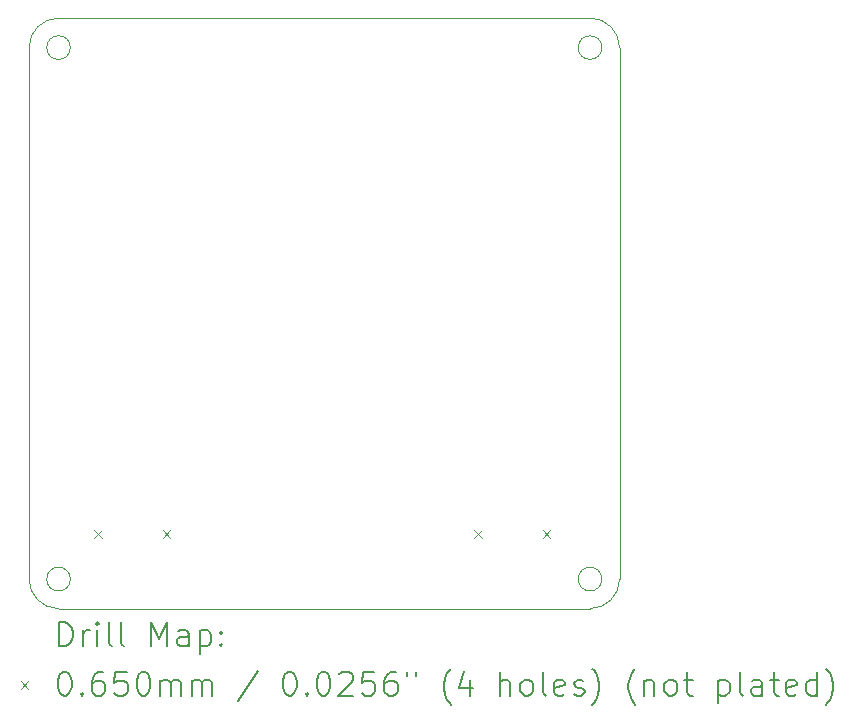
<source format=gbr>
%TF.GenerationSoftware,KiCad,Pcbnew,7.0.5*%
%TF.CreationDate,2023-08-17T05:27:01+08:00*%
%TF.ProjectId,TMC2209_TestBoard,544d4332-3230-4395-9f54-657374426f61,rev?*%
%TF.SameCoordinates,Original*%
%TF.FileFunction,Drillmap*%
%TF.FilePolarity,Positive*%
%FSLAX45Y45*%
G04 Gerber Fmt 4.5, Leading zero omitted, Abs format (unit mm)*
G04 Created by KiCad (PCBNEW 7.0.5) date 2023-08-17 05:27:01*
%MOMM*%
%LPD*%
G01*
G04 APERTURE LIST*
%ADD10C,0.100000*%
%ADD11C,0.200000*%
%ADD12C,0.065000*%
G04 APERTURE END LIST*
D10*
X7934000Y-4195000D02*
G75*
G03*
X7934000Y-4195000I-100000J0D01*
G01*
X7934000Y-8695000D02*
G75*
G03*
X7934000Y-8695000I-100000J0D01*
G01*
X12434000Y-8695000D02*
G75*
G03*
X12434000Y-8695000I-100000J0D01*
G01*
X12434000Y-4195000D02*
G75*
G03*
X12434000Y-4195000I-100000J0D01*
G01*
X7584000Y-8695000D02*
G75*
G03*
X7834000Y-8945000I250000J0D01*
G01*
X7584000Y-8695000D02*
X7584000Y-4195000D01*
X12334000Y-8945000D02*
G75*
G03*
X12584000Y-8695000I0J250000D01*
G01*
X7834000Y-3945000D02*
X12334000Y-3945000D01*
X12584000Y-4195000D02*
X12584000Y-8695000D01*
X12584000Y-4195000D02*
G75*
G03*
X12334000Y-3945000I-250000J0D01*
G01*
X12334000Y-8945000D02*
X7834000Y-8945000D01*
X7834000Y-3945000D02*
G75*
G03*
X7584000Y-4195000I0J-250000D01*
G01*
D11*
D12*
X8138500Y-8282000D02*
X8203500Y-8347000D01*
X8203500Y-8282000D02*
X8138500Y-8347000D01*
X8716500Y-8282000D02*
X8781500Y-8347000D01*
X8781500Y-8282000D02*
X8716500Y-8347000D01*
X11355500Y-8282000D02*
X11420500Y-8347000D01*
X11420500Y-8282000D02*
X11355500Y-8347000D01*
X11933500Y-8282000D02*
X11998500Y-8347000D01*
X11998500Y-8282000D02*
X11933500Y-8347000D01*
D11*
X7839777Y-9261484D02*
X7839777Y-9061484D01*
X7839777Y-9061484D02*
X7887396Y-9061484D01*
X7887396Y-9061484D02*
X7915967Y-9071008D01*
X7915967Y-9071008D02*
X7935015Y-9090055D01*
X7935015Y-9090055D02*
X7944539Y-9109103D01*
X7944539Y-9109103D02*
X7954062Y-9147198D01*
X7954062Y-9147198D02*
X7954062Y-9175770D01*
X7954062Y-9175770D02*
X7944539Y-9213865D01*
X7944539Y-9213865D02*
X7935015Y-9232912D01*
X7935015Y-9232912D02*
X7915967Y-9251960D01*
X7915967Y-9251960D02*
X7887396Y-9261484D01*
X7887396Y-9261484D02*
X7839777Y-9261484D01*
X8039777Y-9261484D02*
X8039777Y-9128150D01*
X8039777Y-9166246D02*
X8049301Y-9147198D01*
X8049301Y-9147198D02*
X8058824Y-9137674D01*
X8058824Y-9137674D02*
X8077872Y-9128150D01*
X8077872Y-9128150D02*
X8096920Y-9128150D01*
X8163586Y-9261484D02*
X8163586Y-9128150D01*
X8163586Y-9061484D02*
X8154062Y-9071008D01*
X8154062Y-9071008D02*
X8163586Y-9080531D01*
X8163586Y-9080531D02*
X8173110Y-9071008D01*
X8173110Y-9071008D02*
X8163586Y-9061484D01*
X8163586Y-9061484D02*
X8163586Y-9080531D01*
X8287396Y-9261484D02*
X8268348Y-9251960D01*
X8268348Y-9251960D02*
X8258824Y-9232912D01*
X8258824Y-9232912D02*
X8258824Y-9061484D01*
X8392158Y-9261484D02*
X8373110Y-9251960D01*
X8373110Y-9251960D02*
X8363586Y-9232912D01*
X8363586Y-9232912D02*
X8363586Y-9061484D01*
X8620729Y-9261484D02*
X8620729Y-9061484D01*
X8620729Y-9061484D02*
X8687396Y-9204341D01*
X8687396Y-9204341D02*
X8754063Y-9061484D01*
X8754063Y-9061484D02*
X8754063Y-9261484D01*
X8935015Y-9261484D02*
X8935015Y-9156722D01*
X8935015Y-9156722D02*
X8925491Y-9137674D01*
X8925491Y-9137674D02*
X8906444Y-9128150D01*
X8906444Y-9128150D02*
X8868348Y-9128150D01*
X8868348Y-9128150D02*
X8849301Y-9137674D01*
X8935015Y-9251960D02*
X8915967Y-9261484D01*
X8915967Y-9261484D02*
X8868348Y-9261484D01*
X8868348Y-9261484D02*
X8849301Y-9251960D01*
X8849301Y-9251960D02*
X8839777Y-9232912D01*
X8839777Y-9232912D02*
X8839777Y-9213865D01*
X8839777Y-9213865D02*
X8849301Y-9194817D01*
X8849301Y-9194817D02*
X8868348Y-9185293D01*
X8868348Y-9185293D02*
X8915967Y-9185293D01*
X8915967Y-9185293D02*
X8935015Y-9175770D01*
X9030253Y-9128150D02*
X9030253Y-9328150D01*
X9030253Y-9137674D02*
X9049301Y-9128150D01*
X9049301Y-9128150D02*
X9087396Y-9128150D01*
X9087396Y-9128150D02*
X9106444Y-9137674D01*
X9106444Y-9137674D02*
X9115967Y-9147198D01*
X9115967Y-9147198D02*
X9125491Y-9166246D01*
X9125491Y-9166246D02*
X9125491Y-9223389D01*
X9125491Y-9223389D02*
X9115967Y-9242436D01*
X9115967Y-9242436D02*
X9106444Y-9251960D01*
X9106444Y-9251960D02*
X9087396Y-9261484D01*
X9087396Y-9261484D02*
X9049301Y-9261484D01*
X9049301Y-9261484D02*
X9030253Y-9251960D01*
X9211205Y-9242436D02*
X9220729Y-9251960D01*
X9220729Y-9251960D02*
X9211205Y-9261484D01*
X9211205Y-9261484D02*
X9201682Y-9251960D01*
X9201682Y-9251960D02*
X9211205Y-9242436D01*
X9211205Y-9242436D02*
X9211205Y-9261484D01*
X9211205Y-9137674D02*
X9220729Y-9147198D01*
X9220729Y-9147198D02*
X9211205Y-9156722D01*
X9211205Y-9156722D02*
X9201682Y-9147198D01*
X9201682Y-9147198D02*
X9211205Y-9137674D01*
X9211205Y-9137674D02*
X9211205Y-9156722D01*
D12*
X7514000Y-9557500D02*
X7579000Y-9622500D01*
X7579000Y-9557500D02*
X7514000Y-9622500D01*
D11*
X7877872Y-9481484D02*
X7896920Y-9481484D01*
X7896920Y-9481484D02*
X7915967Y-9491008D01*
X7915967Y-9491008D02*
X7925491Y-9500531D01*
X7925491Y-9500531D02*
X7935015Y-9519579D01*
X7935015Y-9519579D02*
X7944539Y-9557674D01*
X7944539Y-9557674D02*
X7944539Y-9605293D01*
X7944539Y-9605293D02*
X7935015Y-9643389D01*
X7935015Y-9643389D02*
X7925491Y-9662436D01*
X7925491Y-9662436D02*
X7915967Y-9671960D01*
X7915967Y-9671960D02*
X7896920Y-9681484D01*
X7896920Y-9681484D02*
X7877872Y-9681484D01*
X7877872Y-9681484D02*
X7858824Y-9671960D01*
X7858824Y-9671960D02*
X7849301Y-9662436D01*
X7849301Y-9662436D02*
X7839777Y-9643389D01*
X7839777Y-9643389D02*
X7830253Y-9605293D01*
X7830253Y-9605293D02*
X7830253Y-9557674D01*
X7830253Y-9557674D02*
X7839777Y-9519579D01*
X7839777Y-9519579D02*
X7849301Y-9500531D01*
X7849301Y-9500531D02*
X7858824Y-9491008D01*
X7858824Y-9491008D02*
X7877872Y-9481484D01*
X8030253Y-9662436D02*
X8039777Y-9671960D01*
X8039777Y-9671960D02*
X8030253Y-9681484D01*
X8030253Y-9681484D02*
X8020729Y-9671960D01*
X8020729Y-9671960D02*
X8030253Y-9662436D01*
X8030253Y-9662436D02*
X8030253Y-9681484D01*
X8211205Y-9481484D02*
X8173110Y-9481484D01*
X8173110Y-9481484D02*
X8154062Y-9491008D01*
X8154062Y-9491008D02*
X8144539Y-9500531D01*
X8144539Y-9500531D02*
X8125491Y-9529103D01*
X8125491Y-9529103D02*
X8115967Y-9567198D01*
X8115967Y-9567198D02*
X8115967Y-9643389D01*
X8115967Y-9643389D02*
X8125491Y-9662436D01*
X8125491Y-9662436D02*
X8135015Y-9671960D01*
X8135015Y-9671960D02*
X8154062Y-9681484D01*
X8154062Y-9681484D02*
X8192158Y-9681484D01*
X8192158Y-9681484D02*
X8211205Y-9671960D01*
X8211205Y-9671960D02*
X8220729Y-9662436D01*
X8220729Y-9662436D02*
X8230253Y-9643389D01*
X8230253Y-9643389D02*
X8230253Y-9595770D01*
X8230253Y-9595770D02*
X8220729Y-9576722D01*
X8220729Y-9576722D02*
X8211205Y-9567198D01*
X8211205Y-9567198D02*
X8192158Y-9557674D01*
X8192158Y-9557674D02*
X8154062Y-9557674D01*
X8154062Y-9557674D02*
X8135015Y-9567198D01*
X8135015Y-9567198D02*
X8125491Y-9576722D01*
X8125491Y-9576722D02*
X8115967Y-9595770D01*
X8411205Y-9481484D02*
X8315967Y-9481484D01*
X8315967Y-9481484D02*
X8306443Y-9576722D01*
X8306443Y-9576722D02*
X8315967Y-9567198D01*
X8315967Y-9567198D02*
X8335015Y-9557674D01*
X8335015Y-9557674D02*
X8382634Y-9557674D01*
X8382634Y-9557674D02*
X8401682Y-9567198D01*
X8401682Y-9567198D02*
X8411205Y-9576722D01*
X8411205Y-9576722D02*
X8420729Y-9595770D01*
X8420729Y-9595770D02*
X8420729Y-9643389D01*
X8420729Y-9643389D02*
X8411205Y-9662436D01*
X8411205Y-9662436D02*
X8401682Y-9671960D01*
X8401682Y-9671960D02*
X8382634Y-9681484D01*
X8382634Y-9681484D02*
X8335015Y-9681484D01*
X8335015Y-9681484D02*
X8315967Y-9671960D01*
X8315967Y-9671960D02*
X8306443Y-9662436D01*
X8544539Y-9481484D02*
X8563586Y-9481484D01*
X8563586Y-9481484D02*
X8582634Y-9491008D01*
X8582634Y-9491008D02*
X8592158Y-9500531D01*
X8592158Y-9500531D02*
X8601682Y-9519579D01*
X8601682Y-9519579D02*
X8611205Y-9557674D01*
X8611205Y-9557674D02*
X8611205Y-9605293D01*
X8611205Y-9605293D02*
X8601682Y-9643389D01*
X8601682Y-9643389D02*
X8592158Y-9662436D01*
X8592158Y-9662436D02*
X8582634Y-9671960D01*
X8582634Y-9671960D02*
X8563586Y-9681484D01*
X8563586Y-9681484D02*
X8544539Y-9681484D01*
X8544539Y-9681484D02*
X8525491Y-9671960D01*
X8525491Y-9671960D02*
X8515967Y-9662436D01*
X8515967Y-9662436D02*
X8506444Y-9643389D01*
X8506444Y-9643389D02*
X8496920Y-9605293D01*
X8496920Y-9605293D02*
X8496920Y-9557674D01*
X8496920Y-9557674D02*
X8506444Y-9519579D01*
X8506444Y-9519579D02*
X8515967Y-9500531D01*
X8515967Y-9500531D02*
X8525491Y-9491008D01*
X8525491Y-9491008D02*
X8544539Y-9481484D01*
X8696920Y-9681484D02*
X8696920Y-9548150D01*
X8696920Y-9567198D02*
X8706444Y-9557674D01*
X8706444Y-9557674D02*
X8725491Y-9548150D01*
X8725491Y-9548150D02*
X8754063Y-9548150D01*
X8754063Y-9548150D02*
X8773110Y-9557674D01*
X8773110Y-9557674D02*
X8782634Y-9576722D01*
X8782634Y-9576722D02*
X8782634Y-9681484D01*
X8782634Y-9576722D02*
X8792158Y-9557674D01*
X8792158Y-9557674D02*
X8811205Y-9548150D01*
X8811205Y-9548150D02*
X8839777Y-9548150D01*
X8839777Y-9548150D02*
X8858825Y-9557674D01*
X8858825Y-9557674D02*
X8868348Y-9576722D01*
X8868348Y-9576722D02*
X8868348Y-9681484D01*
X8963586Y-9681484D02*
X8963586Y-9548150D01*
X8963586Y-9567198D02*
X8973110Y-9557674D01*
X8973110Y-9557674D02*
X8992158Y-9548150D01*
X8992158Y-9548150D02*
X9020729Y-9548150D01*
X9020729Y-9548150D02*
X9039777Y-9557674D01*
X9039777Y-9557674D02*
X9049301Y-9576722D01*
X9049301Y-9576722D02*
X9049301Y-9681484D01*
X9049301Y-9576722D02*
X9058825Y-9557674D01*
X9058825Y-9557674D02*
X9077872Y-9548150D01*
X9077872Y-9548150D02*
X9106444Y-9548150D01*
X9106444Y-9548150D02*
X9125491Y-9557674D01*
X9125491Y-9557674D02*
X9135015Y-9576722D01*
X9135015Y-9576722D02*
X9135015Y-9681484D01*
X9525491Y-9471960D02*
X9354063Y-9729103D01*
X9782634Y-9481484D02*
X9801682Y-9481484D01*
X9801682Y-9481484D02*
X9820729Y-9491008D01*
X9820729Y-9491008D02*
X9830253Y-9500531D01*
X9830253Y-9500531D02*
X9839777Y-9519579D01*
X9839777Y-9519579D02*
X9849301Y-9557674D01*
X9849301Y-9557674D02*
X9849301Y-9605293D01*
X9849301Y-9605293D02*
X9839777Y-9643389D01*
X9839777Y-9643389D02*
X9830253Y-9662436D01*
X9830253Y-9662436D02*
X9820729Y-9671960D01*
X9820729Y-9671960D02*
X9801682Y-9681484D01*
X9801682Y-9681484D02*
X9782634Y-9681484D01*
X9782634Y-9681484D02*
X9763587Y-9671960D01*
X9763587Y-9671960D02*
X9754063Y-9662436D01*
X9754063Y-9662436D02*
X9744539Y-9643389D01*
X9744539Y-9643389D02*
X9735015Y-9605293D01*
X9735015Y-9605293D02*
X9735015Y-9557674D01*
X9735015Y-9557674D02*
X9744539Y-9519579D01*
X9744539Y-9519579D02*
X9754063Y-9500531D01*
X9754063Y-9500531D02*
X9763587Y-9491008D01*
X9763587Y-9491008D02*
X9782634Y-9481484D01*
X9935015Y-9662436D02*
X9944539Y-9671960D01*
X9944539Y-9671960D02*
X9935015Y-9681484D01*
X9935015Y-9681484D02*
X9925491Y-9671960D01*
X9925491Y-9671960D02*
X9935015Y-9662436D01*
X9935015Y-9662436D02*
X9935015Y-9681484D01*
X10068348Y-9481484D02*
X10087396Y-9481484D01*
X10087396Y-9481484D02*
X10106444Y-9491008D01*
X10106444Y-9491008D02*
X10115968Y-9500531D01*
X10115968Y-9500531D02*
X10125491Y-9519579D01*
X10125491Y-9519579D02*
X10135015Y-9557674D01*
X10135015Y-9557674D02*
X10135015Y-9605293D01*
X10135015Y-9605293D02*
X10125491Y-9643389D01*
X10125491Y-9643389D02*
X10115968Y-9662436D01*
X10115968Y-9662436D02*
X10106444Y-9671960D01*
X10106444Y-9671960D02*
X10087396Y-9681484D01*
X10087396Y-9681484D02*
X10068348Y-9681484D01*
X10068348Y-9681484D02*
X10049301Y-9671960D01*
X10049301Y-9671960D02*
X10039777Y-9662436D01*
X10039777Y-9662436D02*
X10030253Y-9643389D01*
X10030253Y-9643389D02*
X10020729Y-9605293D01*
X10020729Y-9605293D02*
X10020729Y-9557674D01*
X10020729Y-9557674D02*
X10030253Y-9519579D01*
X10030253Y-9519579D02*
X10039777Y-9500531D01*
X10039777Y-9500531D02*
X10049301Y-9491008D01*
X10049301Y-9491008D02*
X10068348Y-9481484D01*
X10211206Y-9500531D02*
X10220729Y-9491008D01*
X10220729Y-9491008D02*
X10239777Y-9481484D01*
X10239777Y-9481484D02*
X10287396Y-9481484D01*
X10287396Y-9481484D02*
X10306444Y-9491008D01*
X10306444Y-9491008D02*
X10315968Y-9500531D01*
X10315968Y-9500531D02*
X10325491Y-9519579D01*
X10325491Y-9519579D02*
X10325491Y-9538627D01*
X10325491Y-9538627D02*
X10315968Y-9567198D01*
X10315968Y-9567198D02*
X10201682Y-9681484D01*
X10201682Y-9681484D02*
X10325491Y-9681484D01*
X10506444Y-9481484D02*
X10411206Y-9481484D01*
X10411206Y-9481484D02*
X10401682Y-9576722D01*
X10401682Y-9576722D02*
X10411206Y-9567198D01*
X10411206Y-9567198D02*
X10430253Y-9557674D01*
X10430253Y-9557674D02*
X10477872Y-9557674D01*
X10477872Y-9557674D02*
X10496920Y-9567198D01*
X10496920Y-9567198D02*
X10506444Y-9576722D01*
X10506444Y-9576722D02*
X10515968Y-9595770D01*
X10515968Y-9595770D02*
X10515968Y-9643389D01*
X10515968Y-9643389D02*
X10506444Y-9662436D01*
X10506444Y-9662436D02*
X10496920Y-9671960D01*
X10496920Y-9671960D02*
X10477872Y-9681484D01*
X10477872Y-9681484D02*
X10430253Y-9681484D01*
X10430253Y-9681484D02*
X10411206Y-9671960D01*
X10411206Y-9671960D02*
X10401682Y-9662436D01*
X10687396Y-9481484D02*
X10649301Y-9481484D01*
X10649301Y-9481484D02*
X10630253Y-9491008D01*
X10630253Y-9491008D02*
X10620729Y-9500531D01*
X10620729Y-9500531D02*
X10601682Y-9529103D01*
X10601682Y-9529103D02*
X10592158Y-9567198D01*
X10592158Y-9567198D02*
X10592158Y-9643389D01*
X10592158Y-9643389D02*
X10601682Y-9662436D01*
X10601682Y-9662436D02*
X10611206Y-9671960D01*
X10611206Y-9671960D02*
X10630253Y-9681484D01*
X10630253Y-9681484D02*
X10668349Y-9681484D01*
X10668349Y-9681484D02*
X10687396Y-9671960D01*
X10687396Y-9671960D02*
X10696920Y-9662436D01*
X10696920Y-9662436D02*
X10706444Y-9643389D01*
X10706444Y-9643389D02*
X10706444Y-9595770D01*
X10706444Y-9595770D02*
X10696920Y-9576722D01*
X10696920Y-9576722D02*
X10687396Y-9567198D01*
X10687396Y-9567198D02*
X10668349Y-9557674D01*
X10668349Y-9557674D02*
X10630253Y-9557674D01*
X10630253Y-9557674D02*
X10611206Y-9567198D01*
X10611206Y-9567198D02*
X10601682Y-9576722D01*
X10601682Y-9576722D02*
X10592158Y-9595770D01*
X10782634Y-9481484D02*
X10782634Y-9519579D01*
X10858825Y-9481484D02*
X10858825Y-9519579D01*
X11154063Y-9757674D02*
X11144539Y-9748150D01*
X11144539Y-9748150D02*
X11125491Y-9719579D01*
X11125491Y-9719579D02*
X11115968Y-9700531D01*
X11115968Y-9700531D02*
X11106444Y-9671960D01*
X11106444Y-9671960D02*
X11096920Y-9624341D01*
X11096920Y-9624341D02*
X11096920Y-9586246D01*
X11096920Y-9586246D02*
X11106444Y-9538627D01*
X11106444Y-9538627D02*
X11115968Y-9510055D01*
X11115968Y-9510055D02*
X11125491Y-9491008D01*
X11125491Y-9491008D02*
X11144539Y-9462436D01*
X11144539Y-9462436D02*
X11154063Y-9452912D01*
X11315968Y-9548150D02*
X11315968Y-9681484D01*
X11268348Y-9471960D02*
X11220729Y-9614817D01*
X11220729Y-9614817D02*
X11344539Y-9614817D01*
X11573110Y-9681484D02*
X11573110Y-9481484D01*
X11658825Y-9681484D02*
X11658825Y-9576722D01*
X11658825Y-9576722D02*
X11649301Y-9557674D01*
X11649301Y-9557674D02*
X11630253Y-9548150D01*
X11630253Y-9548150D02*
X11601682Y-9548150D01*
X11601682Y-9548150D02*
X11582634Y-9557674D01*
X11582634Y-9557674D02*
X11573110Y-9567198D01*
X11782634Y-9681484D02*
X11763587Y-9671960D01*
X11763587Y-9671960D02*
X11754063Y-9662436D01*
X11754063Y-9662436D02*
X11744539Y-9643389D01*
X11744539Y-9643389D02*
X11744539Y-9586246D01*
X11744539Y-9586246D02*
X11754063Y-9567198D01*
X11754063Y-9567198D02*
X11763587Y-9557674D01*
X11763587Y-9557674D02*
X11782634Y-9548150D01*
X11782634Y-9548150D02*
X11811206Y-9548150D01*
X11811206Y-9548150D02*
X11830253Y-9557674D01*
X11830253Y-9557674D02*
X11839777Y-9567198D01*
X11839777Y-9567198D02*
X11849301Y-9586246D01*
X11849301Y-9586246D02*
X11849301Y-9643389D01*
X11849301Y-9643389D02*
X11839777Y-9662436D01*
X11839777Y-9662436D02*
X11830253Y-9671960D01*
X11830253Y-9671960D02*
X11811206Y-9681484D01*
X11811206Y-9681484D02*
X11782634Y-9681484D01*
X11963587Y-9681484D02*
X11944539Y-9671960D01*
X11944539Y-9671960D02*
X11935015Y-9652912D01*
X11935015Y-9652912D02*
X11935015Y-9481484D01*
X12115968Y-9671960D02*
X12096920Y-9681484D01*
X12096920Y-9681484D02*
X12058825Y-9681484D01*
X12058825Y-9681484D02*
X12039777Y-9671960D01*
X12039777Y-9671960D02*
X12030253Y-9652912D01*
X12030253Y-9652912D02*
X12030253Y-9576722D01*
X12030253Y-9576722D02*
X12039777Y-9557674D01*
X12039777Y-9557674D02*
X12058825Y-9548150D01*
X12058825Y-9548150D02*
X12096920Y-9548150D01*
X12096920Y-9548150D02*
X12115968Y-9557674D01*
X12115968Y-9557674D02*
X12125491Y-9576722D01*
X12125491Y-9576722D02*
X12125491Y-9595770D01*
X12125491Y-9595770D02*
X12030253Y-9614817D01*
X12201682Y-9671960D02*
X12220730Y-9681484D01*
X12220730Y-9681484D02*
X12258825Y-9681484D01*
X12258825Y-9681484D02*
X12277872Y-9671960D01*
X12277872Y-9671960D02*
X12287396Y-9652912D01*
X12287396Y-9652912D02*
X12287396Y-9643389D01*
X12287396Y-9643389D02*
X12277872Y-9624341D01*
X12277872Y-9624341D02*
X12258825Y-9614817D01*
X12258825Y-9614817D02*
X12230253Y-9614817D01*
X12230253Y-9614817D02*
X12211206Y-9605293D01*
X12211206Y-9605293D02*
X12201682Y-9586246D01*
X12201682Y-9586246D02*
X12201682Y-9576722D01*
X12201682Y-9576722D02*
X12211206Y-9557674D01*
X12211206Y-9557674D02*
X12230253Y-9548150D01*
X12230253Y-9548150D02*
X12258825Y-9548150D01*
X12258825Y-9548150D02*
X12277872Y-9557674D01*
X12354063Y-9757674D02*
X12363587Y-9748150D01*
X12363587Y-9748150D02*
X12382634Y-9719579D01*
X12382634Y-9719579D02*
X12392158Y-9700531D01*
X12392158Y-9700531D02*
X12401682Y-9671960D01*
X12401682Y-9671960D02*
X12411206Y-9624341D01*
X12411206Y-9624341D02*
X12411206Y-9586246D01*
X12411206Y-9586246D02*
X12401682Y-9538627D01*
X12401682Y-9538627D02*
X12392158Y-9510055D01*
X12392158Y-9510055D02*
X12382634Y-9491008D01*
X12382634Y-9491008D02*
X12363587Y-9462436D01*
X12363587Y-9462436D02*
X12354063Y-9452912D01*
X12715968Y-9757674D02*
X12706444Y-9748150D01*
X12706444Y-9748150D02*
X12687396Y-9719579D01*
X12687396Y-9719579D02*
X12677872Y-9700531D01*
X12677872Y-9700531D02*
X12668349Y-9671960D01*
X12668349Y-9671960D02*
X12658825Y-9624341D01*
X12658825Y-9624341D02*
X12658825Y-9586246D01*
X12658825Y-9586246D02*
X12668349Y-9538627D01*
X12668349Y-9538627D02*
X12677872Y-9510055D01*
X12677872Y-9510055D02*
X12687396Y-9491008D01*
X12687396Y-9491008D02*
X12706444Y-9462436D01*
X12706444Y-9462436D02*
X12715968Y-9452912D01*
X12792158Y-9548150D02*
X12792158Y-9681484D01*
X12792158Y-9567198D02*
X12801682Y-9557674D01*
X12801682Y-9557674D02*
X12820730Y-9548150D01*
X12820730Y-9548150D02*
X12849301Y-9548150D01*
X12849301Y-9548150D02*
X12868349Y-9557674D01*
X12868349Y-9557674D02*
X12877872Y-9576722D01*
X12877872Y-9576722D02*
X12877872Y-9681484D01*
X13001682Y-9681484D02*
X12982634Y-9671960D01*
X12982634Y-9671960D02*
X12973111Y-9662436D01*
X12973111Y-9662436D02*
X12963587Y-9643389D01*
X12963587Y-9643389D02*
X12963587Y-9586246D01*
X12963587Y-9586246D02*
X12973111Y-9567198D01*
X12973111Y-9567198D02*
X12982634Y-9557674D01*
X12982634Y-9557674D02*
X13001682Y-9548150D01*
X13001682Y-9548150D02*
X13030253Y-9548150D01*
X13030253Y-9548150D02*
X13049301Y-9557674D01*
X13049301Y-9557674D02*
X13058825Y-9567198D01*
X13058825Y-9567198D02*
X13068349Y-9586246D01*
X13068349Y-9586246D02*
X13068349Y-9643389D01*
X13068349Y-9643389D02*
X13058825Y-9662436D01*
X13058825Y-9662436D02*
X13049301Y-9671960D01*
X13049301Y-9671960D02*
X13030253Y-9681484D01*
X13030253Y-9681484D02*
X13001682Y-9681484D01*
X13125492Y-9548150D02*
X13201682Y-9548150D01*
X13154063Y-9481484D02*
X13154063Y-9652912D01*
X13154063Y-9652912D02*
X13163587Y-9671960D01*
X13163587Y-9671960D02*
X13182634Y-9681484D01*
X13182634Y-9681484D02*
X13201682Y-9681484D01*
X13420730Y-9548150D02*
X13420730Y-9748150D01*
X13420730Y-9557674D02*
X13439777Y-9548150D01*
X13439777Y-9548150D02*
X13477873Y-9548150D01*
X13477873Y-9548150D02*
X13496920Y-9557674D01*
X13496920Y-9557674D02*
X13506444Y-9567198D01*
X13506444Y-9567198D02*
X13515968Y-9586246D01*
X13515968Y-9586246D02*
X13515968Y-9643389D01*
X13515968Y-9643389D02*
X13506444Y-9662436D01*
X13506444Y-9662436D02*
X13496920Y-9671960D01*
X13496920Y-9671960D02*
X13477873Y-9681484D01*
X13477873Y-9681484D02*
X13439777Y-9681484D01*
X13439777Y-9681484D02*
X13420730Y-9671960D01*
X13630253Y-9681484D02*
X13611206Y-9671960D01*
X13611206Y-9671960D02*
X13601682Y-9652912D01*
X13601682Y-9652912D02*
X13601682Y-9481484D01*
X13792158Y-9681484D02*
X13792158Y-9576722D01*
X13792158Y-9576722D02*
X13782634Y-9557674D01*
X13782634Y-9557674D02*
X13763587Y-9548150D01*
X13763587Y-9548150D02*
X13725492Y-9548150D01*
X13725492Y-9548150D02*
X13706444Y-9557674D01*
X13792158Y-9671960D02*
X13773111Y-9681484D01*
X13773111Y-9681484D02*
X13725492Y-9681484D01*
X13725492Y-9681484D02*
X13706444Y-9671960D01*
X13706444Y-9671960D02*
X13696920Y-9652912D01*
X13696920Y-9652912D02*
X13696920Y-9633865D01*
X13696920Y-9633865D02*
X13706444Y-9614817D01*
X13706444Y-9614817D02*
X13725492Y-9605293D01*
X13725492Y-9605293D02*
X13773111Y-9605293D01*
X13773111Y-9605293D02*
X13792158Y-9595770D01*
X13858825Y-9548150D02*
X13935015Y-9548150D01*
X13887396Y-9481484D02*
X13887396Y-9652912D01*
X13887396Y-9652912D02*
X13896920Y-9671960D01*
X13896920Y-9671960D02*
X13915968Y-9681484D01*
X13915968Y-9681484D02*
X13935015Y-9681484D01*
X14077873Y-9671960D02*
X14058825Y-9681484D01*
X14058825Y-9681484D02*
X14020730Y-9681484D01*
X14020730Y-9681484D02*
X14001682Y-9671960D01*
X14001682Y-9671960D02*
X13992158Y-9652912D01*
X13992158Y-9652912D02*
X13992158Y-9576722D01*
X13992158Y-9576722D02*
X14001682Y-9557674D01*
X14001682Y-9557674D02*
X14020730Y-9548150D01*
X14020730Y-9548150D02*
X14058825Y-9548150D01*
X14058825Y-9548150D02*
X14077873Y-9557674D01*
X14077873Y-9557674D02*
X14087396Y-9576722D01*
X14087396Y-9576722D02*
X14087396Y-9595770D01*
X14087396Y-9595770D02*
X13992158Y-9614817D01*
X14258825Y-9681484D02*
X14258825Y-9481484D01*
X14258825Y-9671960D02*
X14239777Y-9681484D01*
X14239777Y-9681484D02*
X14201682Y-9681484D01*
X14201682Y-9681484D02*
X14182634Y-9671960D01*
X14182634Y-9671960D02*
X14173111Y-9662436D01*
X14173111Y-9662436D02*
X14163587Y-9643389D01*
X14163587Y-9643389D02*
X14163587Y-9586246D01*
X14163587Y-9586246D02*
X14173111Y-9567198D01*
X14173111Y-9567198D02*
X14182634Y-9557674D01*
X14182634Y-9557674D02*
X14201682Y-9548150D01*
X14201682Y-9548150D02*
X14239777Y-9548150D01*
X14239777Y-9548150D02*
X14258825Y-9557674D01*
X14335015Y-9757674D02*
X14344539Y-9748150D01*
X14344539Y-9748150D02*
X14363587Y-9719579D01*
X14363587Y-9719579D02*
X14373111Y-9700531D01*
X14373111Y-9700531D02*
X14382634Y-9671960D01*
X14382634Y-9671960D02*
X14392158Y-9624341D01*
X14392158Y-9624341D02*
X14392158Y-9586246D01*
X14392158Y-9586246D02*
X14382634Y-9538627D01*
X14382634Y-9538627D02*
X14373111Y-9510055D01*
X14373111Y-9510055D02*
X14363587Y-9491008D01*
X14363587Y-9491008D02*
X14344539Y-9462436D01*
X14344539Y-9462436D02*
X14335015Y-9452912D01*
M02*

</source>
